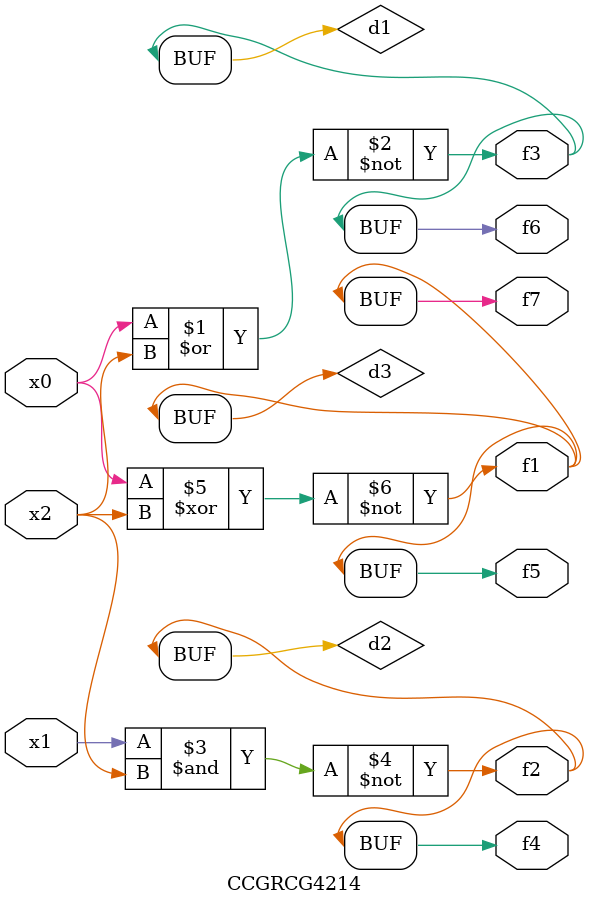
<source format=v>
module CCGRCG4214(
	input x0, x1, x2,
	output f1, f2, f3, f4, f5, f6, f7
);

	wire d1, d2, d3;

	nor (d1, x0, x2);
	nand (d2, x1, x2);
	xnor (d3, x0, x2);
	assign f1 = d3;
	assign f2 = d2;
	assign f3 = d1;
	assign f4 = d2;
	assign f5 = d3;
	assign f6 = d1;
	assign f7 = d3;
endmodule

</source>
